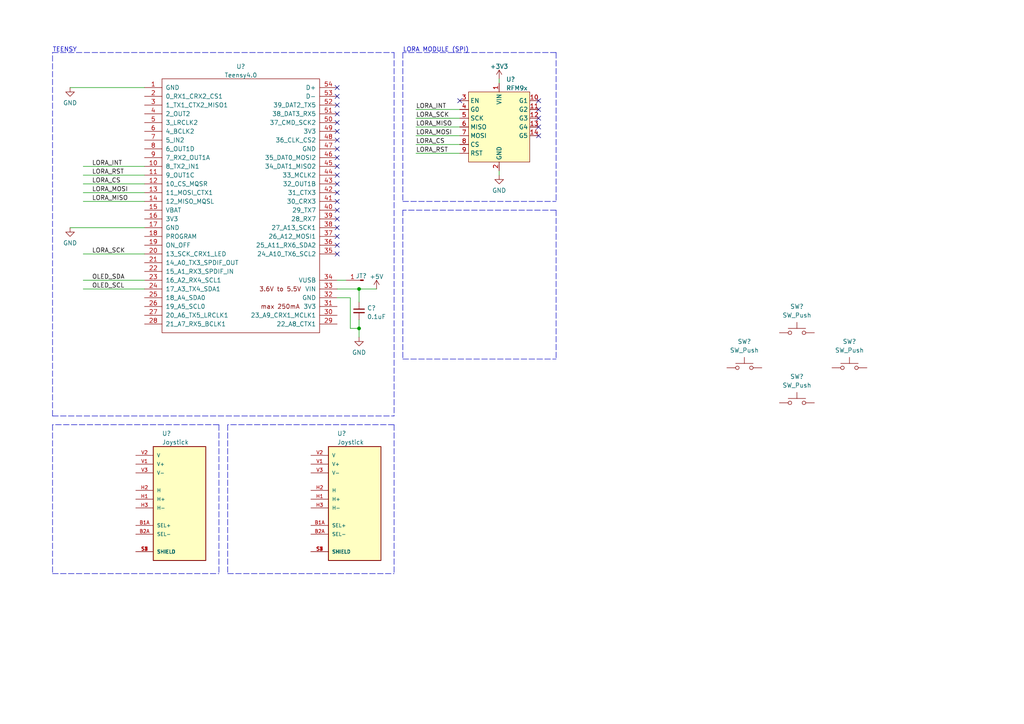
<source format=kicad_sch>
(kicad_sch (version 20211123) (generator eeschema)
  (paper "A4")
  (lib_symbols
    (symbol "COM-09032:COM-09032" (pin_names (offset 1.016))
      (property "Reference" "U" (at -7.62 16.002 0))
      (property "Value" "COM-09032" (at -7.62 -20.32 0))
      (symbol "COM-09032_0_0"
        (rectangle (start -7.62 -17.78) (end 7.62 15.24) (stroke (width 0.254)) (fill (type background)))
        (pin passive line (at -12.7 -7.62 0) (length 5.08) (name "SEL+") (number "B1A"))
        (pin passive line (at -12.7 -10.16 0) (length 5.08) (name "SEL-") (number "B2A"))
        (pin passive line (at -12.7 0 0) (length 5.08) (name "H+") (number "H1"))
        (pin passive line (at -12.7 2.54 0) (length 5.08) (name "H") (number "H2"))
        (pin passive line (at -12.7 -2.54 0) (length 5.08) (name "H-") (number "H3"))
        (pin passive line (at -12.7 -15.24 0) (length 5.08) (name "SHIELD") (number "S1"))
        (pin passive line (at -12.7 -15.24 0) (length 5.08) (name "SHIELD") (number "S2"))
        (pin passive line (at -12.7 -15.24 0) (length 5.08) (name "SHIELD") (number "S3"))
        (pin passive line (at -12.7 -15.24 0) (length 5.08) (name "SHIELD") (number "S4"))
        (pin passive line (at -12.7 10.16 0) (length 5.08) (name "V+") (number "V1"))
        (pin passive line (at -12.7 12.7 0) (length 5.08) (name "V") (number "V2"))
        (pin passive line (at -12.7 7.62 0) (length 5.08) (name "V-") (number "V3"))
      )
    )
    (symbol "Connector:Conn_01x01_Male" (pin_names (offset 1.016) hide)
      (property "Reference" "J" (at 0 2.54 0))
      (property "Value" "Conn_01x01_Male" (at 0 -2.54 0))
      (symbol "Conn_01x01_Male_1_1"
        (polyline (pts (xy 1.27 0) (xy 0.8636 0)) (stroke (width 0.1524)))
        (rectangle (start 0.8636 0.127) (end 0 -0.127) (stroke (width 0.1524)) (fill (type outline)))
        (pin passive line (at 5.08 0 180) (length 3.81) (name "Pin_1") (number "1"))
      )
    )
    (symbol "Device:C_Small" (pin_numbers hide) (pin_names (offset 0.254) hide)
      (property "Reference" "C" (at 0.254 1.778 0))
      (property "Value" "C_Small" (at 0.254 -2.032 0))
      (symbol "C_Small_0_1"
        (polyline (pts (xy -1.524 -0.508) (xy 1.524 -0.508)) (stroke (width 0.3302)))
        (polyline (pts (xy -1.524 0.508) (xy 1.524 0.508)) (stroke (width 0.3048)))
      )
      (symbol "C_Small_1_1"
        (pin passive line (at 0 2.54 270) (length 2.032) (name "~") (number "1"))
        (pin passive line (at 0 -2.54 90) (length 2.032) (name "~") (number "2"))
      )
    )
    (symbol "GND_12" (power) (pin_names (offset 0))
      (property "Value" "GND_12" (at 0 -3.81 0))
      (symbol "GND_12_0_1"
        (polyline (pts (xy 0 0) (xy 0 -1.27) (xy 1.27 -1.27) (xy 0 -2.54) (xy -1.27 -1.27) (xy 0 -1.27)))
      )
      (symbol "GND_12_1_1"
        (pin power_in line (at 0 0 270) (length 0) hide (name "GND") (number "1"))
      )
    )
    (symbol "GND_20" (power) (pin_names (offset 0))
      (property "Value" "GND_20" (at 0 -3.81 0))
      (symbol "GND_20_0_1"
        (polyline (pts (xy 0 0) (xy 0 -1.27) (xy 1.27 -1.27) (xy 0 -2.54) (xy -1.27 -1.27) (xy 0 -1.27)))
      )
      (symbol "GND_20_1_1"
        (pin power_in line (at 0 0 270) (length 0) hide (name "GND") (number "1"))
      )
    )
    (symbol "GND_35" (power) (pin_names (offset 0))
      (property "Value" "GND_35" (at 0 -3.81 0))
      (symbol "GND_35_0_1"
        (polyline (pts (xy 0 0) (xy 0 -1.27) (xy 1.27 -1.27) (xy 0 -2.54) (xy -1.27 -1.27) (xy 0 -1.27)))
      )
      (symbol "GND_35_1_1"
        (pin power_in line (at 0 0 270) (length 0) hide (name "GND") (number "1"))
      )
    )
    (symbol "RF_Module_OTHER:RMF9x"
      (property "Reference" "U10" (at 2.0194 13.809 0))
      (property "Value" "RFM9x" (at 2.0194 11.2721 0))
      (symbol "RMF9x_0_1"
        (rectangle (start -8.89 10.16) (end 8.89 -10.16) (stroke (width 0.1524)) (fill (type background)))
      )
      (symbol "RMF9x_1_1"
        (pin power_in line (at 0 12.7 270) (length 2.54) (name "VIN") (number "1"))
        (pin input line (at 11.43 7.62 180) (length 2.54) (name "G1") (number "10"))
        (pin input line (at 11.43 5.08 180) (length 2.54) (name "G2") (number "11"))
        (pin input line (at 11.43 2.54 180) (length 2.54) (name "G3") (number "12"))
        (pin input line (at 11.43 0 180) (length 2.54) (name "G4") (number "13"))
        (pin input line (at 11.4062 -2.5281 180) (length 2.54) (name "G5") (number "14"))
        (pin power_in line (at 0 -12.7 90) (length 2.54) (name "GND") (number "2"))
        (pin input line (at -11.43 7.62 0) (length 2.54) (name "EN") (number "3"))
        (pin bidirectional line (at -11.43 5.08 0) (length 2.54) (name "G0") (number "4"))
        (pin input line (at -11.43 2.54 0) (length 2.54) (name "SCK") (number "5"))
        (pin output line (at -11.43 0 0) (length 2.54) (name "MISO") (number "6"))
        (pin input line (at -11.43 -2.54 0) (length 2.54) (name "MOSI") (number "7"))
        (pin input line (at -11.43 -5.08 0) (length 2.54) (name "CS") (number "8"))
        (pin input line (at -11.43 -7.62 0) (length 2.54) (name "RST") (number "9"))
      )
    )
    (symbol "Switch:SW_Push" (pin_numbers hide) (pin_names (offset 1.016) hide)
      (property "Reference" "SW" (at 1.27 2.54 0))
      (property "Value" "SW_Push" (at 0 -1.524 0))
      (symbol "SW_Push_0_1"
        (circle (center -2.032 0) (radius 0.508))
        (polyline (pts (xy 0 1.27) (xy 0 3.048)))
        (polyline (pts (xy 2.54 1.27) (xy -2.54 1.27)))
        (circle (center 2.032 0) (radius 0.508))
        (pin passive line (at -5.08 0 0) (length 2.54) (name "1") (number "1"))
        (pin passive line (at 5.08 0 180) (length 2.54) (name "2") (number "2"))
      )
    )
    (symbol "power:+3V3" (power) (pin_names (offset 0))
      (property "Value" "+3V3" (at 0 3.556 0))
      (symbol "+3V3_0_1"
        (polyline (pts (xy -0.762 1.27) (xy 0 2.54)))
        (polyline (pts (xy 0 0) (xy 0 2.54)))
        (polyline (pts (xy 0 2.54) (xy 0.762 1.27)))
      )
      (symbol "+3V3_1_1"
        (pin power_in line (at 0 0 90) (length 0) hide (name "+3V3") (number "1"))
      )
    )
    (symbol "power:+5V" (power) (pin_names (offset 0))
      (property "Value" "+5V" (at 0 3.556 0))
      (symbol "+5V_0_1"
        (polyline (pts (xy -0.762 1.27) (xy 0 2.54)))
        (polyline (pts (xy 0 0) (xy 0 2.54)))
        (polyline (pts (xy 0 2.54) (xy 0.762 1.27)))
      )
      (symbol "+5V_1_1"
        (pin power_in line (at 0 0 90) (length 0) hide (name "+5V") (number "1"))
      )
    )
    (symbol "teensy:Teensy4.0" (pin_names (offset 1.016))
      (property "Reference" "U" (at 0 39.37 0))
      (property "Value" "Teensy4.0" (at 0 -39.37 0))
      (symbol "Teensy4.0_0_0"
        (text "3.6V to 5.5V" (at 11.43 -24.13 0) (effects (font (size 1.27 1.27))))
        (text "max 250mA" (at 11.43 -29.21 0) (effects (font (size 1.27 1.27))))
        (pin bidirectional line (at -27.94 11.43 0) (length 5.08) (name "8_TX2_IN1") (number "10"))
        (pin bidirectional line (at -27.94 8.89 0) (length 5.08) (name "9_OUT1C") (number "11"))
        (pin bidirectional line (at -27.94 6.35 0) (length 5.08) (name "10_CS_MQSR") (number "12"))
        (pin bidirectional line (at -27.94 3.81 0) (length 5.08) (name "11_MOSI_CTX1") (number "13"))
        (pin bidirectional line (at -27.94 1.27 0) (length 5.08) (name "12_MISO_MQSL") (number "14"))
        (pin power_in line (at -27.94 -1.27 0) (length 5.08) (name "VBAT") (number "15"))
        (pin power_in line (at -27.94 -3.81 0) (length 5.08) (name "3V3") (number "16"))
        (pin power_in line (at -27.94 -6.35 0) (length 5.08) (name "GND") (number "17"))
        (pin input line (at -27.94 -8.89 0) (length 5.08) (name "PROGRAM") (number "18"))
        (pin input line (at -27.94 -11.43 0) (length 5.08) (name "ON_OFF") (number "19"))
        (pin bidirectional line (at -27.94 -13.97 0) (length 5.08) (name "13_SCK_CRX1_LED") (number "20"))
        (pin bidirectional line (at -27.94 -16.51 0) (length 5.08) (name "14_A0_TX3_SPDIF_OUT") (number "21"))
        (pin bidirectional line (at -27.94 -19.05 0) (length 5.08) (name "15_A1_RX3_SPDIF_IN") (number "22"))
        (pin bidirectional line (at -27.94 -21.59 0) (length 5.08) (name "16_A2_RX4_SCL1") (number "23"))
        (pin bidirectional line (at -27.94 -24.13 0) (length 5.08) (name "17_A3_TX4_SDA1") (number "24"))
        (pin bidirectional line (at -27.94 -26.67 0) (length 5.08) (name "18_A4_SDA0") (number "25"))
        (pin bidirectional line (at -27.94 -29.21 0) (length 5.08) (name "19_A5_SCL0") (number "26"))
        (pin bidirectional line (at -27.94 -31.75 0) (length 5.08) (name "20_A6_TX5_LRCLK1") (number "27"))
        (pin bidirectional line (at -27.94 -34.29 0) (length 5.08) (name "21_A7_RX5_BCLK1") (number "28"))
        (pin bidirectional line (at 27.94 -34.29 180) (length 5.08) (name "22_A8_CTX1") (number "29"))
        (pin bidirectional line (at 27.94 -31.75 180) (length 5.08) (name "23_A9_CRX1_MCLK1") (number "30"))
        (pin power_out line (at 27.94 -29.21 180) (length 5.08) (name "3V3") (number "31"))
        (pin power_in line (at 27.94 -26.67 180) (length 5.08) (name "GND") (number "32"))
        (pin power_in line (at 27.94 -24.13 180) (length 5.08) (name "VIN") (number "33"))
        (pin power_out line (at 27.94 -21.59 180) (length 5.08) (name "VUSB") (number "34"))
        (pin bidirectional line (at 27.94 -13.97 180) (length 5.08) (name "24_A10_TX6_SCL2") (number "35"))
        (pin bidirectional line (at 27.94 -11.43 180) (length 5.08) (name "25_A11_RX6_SDA2") (number "36"))
        (pin bidirectional line (at 27.94 -8.89 180) (length 5.08) (name "26_A12_MOSI1") (number "37"))
        (pin bidirectional line (at 27.94 -6.35 180) (length 5.08) (name "27_A13_SCK1") (number "38"))
        (pin bidirectional line (at 27.94 -3.81 180) (length 5.08) (name "28_RX7") (number "39"))
        (pin bidirectional line (at 27.94 -1.27 180) (length 5.08) (name "29_TX7") (number "40"))
        (pin bidirectional line (at 27.94 1.27 180) (length 5.08) (name "30_CRX3") (number "41"))
        (pin bidirectional line (at 27.94 3.81 180) (length 5.08) (name "31_CTX3") (number "42"))
        (pin bidirectional line (at 27.94 6.35 180) (length 5.08) (name "32_OUT1B") (number "43"))
        (pin bidirectional line (at 27.94 8.89 180) (length 5.08) (name "33_MCLK2") (number "44"))
        (pin bidirectional line (at 27.94 11.43 180) (length 5.08) (name "34_DAT1_MISO2") (number "45"))
        (pin bidirectional line (at 27.94 13.97 180) (length 5.08) (name "35_DAT0_MOSI2") (number "46"))
        (pin power_out line (at 27.94 16.51 180) (length 5.08) (name "GND") (number "47"))
        (pin bidirectional line (at 27.94 19.05 180) (length 5.08) (name "36_CLK_CS2") (number "48"))
        (pin power_out line (at 27.94 21.59 180) (length 5.08) (name "3V3") (number "49"))
        (pin bidirectional line (at -27.94 24.13 0) (length 5.08) (name "3_LRCLK2") (number "5"))
        (pin bidirectional line (at 27.94 24.13 180) (length 5.08) (name "37_CMD_SCK2") (number "50"))
        (pin bidirectional line (at 27.94 26.67 180) (length 5.08) (name "38_DAT3_RX5") (number "51"))
        (pin bidirectional line (at 27.94 29.21 180) (length 5.08) (name "39_DAT2_TX5") (number "52"))
        (pin bidirectional line (at 27.94 31.75 180) (length 5.08) (name "D-") (number "53"))
        (pin bidirectional line (at 27.94 34.29 180) (length 5.08) (name "D+") (number "54"))
        (pin bidirectional line (at -27.94 21.59 0) (length 5.08) (name "4_BCLK2") (number "6"))
        (pin bidirectional line (at -27.94 19.05 0) (length 5.08) (name "5_IN2") (number "7"))
        (pin bidirectional line (at -27.94 16.51 0) (length 5.08) (name "6_OUT1D") (number "8"))
        (pin bidirectional line (at -27.94 13.97 0) (length 5.08) (name "7_RX2_OUT1A") (number "9"))
      )
      (symbol "Teensy4.0_0_1"
        (rectangle (start -22.86 36.83) (end 22.86 -36.83))
        (rectangle (start -20.32 -31.75) (end -20.32 -31.75))
      )
      (symbol "Teensy4.0_1_1"
        (pin power_in line (at -27.94 34.29 0) (length 5.08) (name "GND") (number "1"))
        (pin bidirectional line (at -27.94 31.75 0) (length 5.08) (name "0_RX1_CRX2_CS1") (number "2"))
        (pin bidirectional line (at -27.94 29.21 0) (length 5.08) (name "1_TX1_CTX2_MISO1") (number "3"))
        (pin bidirectional line (at -27.94 26.67 0) (length 5.08) (name "2_OUT2") (number "4"))
      )
    )
  )
  (junction (at 104.14 83.82))
  (junction (at 104.14 95.25))
  (no_connect (at 97.79 50.8))
  (no_connect (at 97.79 27.94))
  (no_connect (at 97.79 55.88))
  (no_connect (at 156.21 39.37))
  (no_connect (at 97.79 35.56))
  (no_connect (at 97.79 68.58))
  (no_connect (at 97.79 38.1))
  (no_connect (at 97.79 73.66))
  (no_connect (at 97.79 63.5))
  (no_connect (at 156.21 31.75))
  (no_connect (at 97.79 30.48))
  (no_connect (at 97.79 66.04))
  (no_connect (at 97.79 45.72))
  (no_connect (at 97.79 25.4))
  (no_connect (at 156.21 34.29))
  (no_connect (at 97.79 43.18))
  (no_connect (at 97.79 60.96))
  (no_connect (at 97.79 53.34))
  (no_connect (at 97.79 33.02))
  (no_connect (at 156.21 36.83))
  (no_connect (at 97.79 40.64))
  (no_connect (at 133.35 29.21))
  (no_connect (at 156.21 29.21))
  (no_connect (at 97.79 71.12))
  (no_connect (at 97.79 48.26))
  (no_connect (at 97.79 58.42))
  (polyline (pts (xy 161.29 60.96) (xy 161.29 104.14)))
  (wire (pts (xy 104.14 87.63) (xy 104.14 83.82)))
  (polyline (pts (xy 63.5 123.19) (xy 63.5 166.37)))
  (wire (pts (xy 24.13 50.8) (xy 41.91 50.8)))
  (wire (pts (xy 24.13 81.28) (xy 41.91 81.28)))
  (wire (pts (xy 24.13 55.88) (xy 41.91 55.88)))
  (polyline (pts (xy 15.24 120.65) (xy 114.3 120.65)))
  (polyline (pts (xy 15.24 123.19) (xy 15.24 166.37)))
  (wire (pts (xy 24.13 83.82) (xy 41.91 83.82)))
  (wire (pts (xy 120.65 39.37) (xy 133.35 39.37)))
  (wire (pts (xy 104.14 83.82) (xy 97.79 83.82)))
  (wire (pts (xy 97.79 81.28) (xy 100.33 81.28)))
  (wire (pts (xy 24.13 48.26) (xy 41.91 48.26)))
  (polyline (pts (xy 116.84 60.96) (xy 116.84 104.14)))
  (wire (pts (xy 120.65 36.83) (xy 133.35 36.83)))
  (wire (pts (xy 24.13 58.42) (xy 41.91 58.42)))
  (polyline (pts (xy 66.04 166.37) (xy 114.3 166.37)))
  (polyline (pts (xy 114.3 15.24) (xy 114.3 120.65)))
  (polyline (pts (xy 116.84 104.14) (xy 161.29 104.14)))
  (wire (pts (xy 104.14 95.25) (xy 104.14 92.71)))
  (polyline (pts (xy 15.24 166.37) (xy 63.5 166.37)))
  (wire (pts (xy 20.32 25.4) (xy 41.91 25.4)))
  (wire (pts (xy 101.6 86.36) (xy 101.6 95.25)))
  (polyline (pts (xy 161.29 15.24) (xy 161.29 58.42)))
  (wire (pts (xy 144.78 22.86) (xy 144.78 24.13)))
  (polyline (pts (xy 114.3 123.19) (xy 114.3 166.37)))
  (polyline (pts (xy 63.5 123.19) (xy 15.24 123.19)))
  (polyline (pts (xy 116.84 15.24) (xy 116.84 58.42)))
  (wire (pts (xy 120.65 41.91) (xy 133.35 41.91)))
  (wire (pts (xy 120.65 44.45) (xy 133.35 44.45)))
  (wire (pts (xy 144.78 49.53) (xy 144.78 50.8)))
  (polyline (pts (xy 15.24 120.65) (xy 15.24 15.24)))
  (wire (pts (xy 120.65 31.75) (xy 133.35 31.75)))
  (wire (pts (xy 120.65 34.29) (xy 133.35 34.29)))
  (polyline (pts (xy 116.84 58.42) (xy 161.29 58.42)))
  (polyline (pts (xy 114.3 123.19) (xy 66.04 123.19)))
  (wire (pts (xy 104.14 97.79) (xy 104.14 95.25)))
  (wire (pts (xy 104.14 83.82) (xy 109.22 83.82)))
  (wire (pts (xy 20.32 66.04) (xy 41.91 66.04)))
  (wire (pts (xy 101.6 95.25) (xy 104.14 95.25)))
  (wire (pts (xy 97.79 86.36) (xy 101.6 86.36)))
  (wire (pts (xy 24.13 73.66) (xy 41.91 73.66)))
  (polyline (pts (xy 161.29 60.96) (xy 116.84 60.96)))
  (polyline (pts (xy 161.29 15.24) (xy 116.84 15.24)))
  (polyline (pts (xy 15.24 15.24) (xy 114.3 15.24)))
  (wire (pts (xy 24.13 53.34) (xy 41.91 53.34)))
  (polyline (pts (xy 66.04 123.19) (xy 66.04 166.37)))
  (text "LORA MODULE (SPI)" (at 116.84 15.24 0) (effects (font (size 1.27 1.27)) (justify left bottom)))
  (text "TEENSY" (at 15.24 15.24 0) (effects (font (size 1.27 1.27)) (justify left bottom)))
  (label "LORA_MOSI" (at 120.65 39.37 0))
  (label "LORA_RST" (at 120.65 44.45 0))
  (label "LORA_MISO" (at 26.67 58.42 0))
  (label "LORA_MISO" (at 120.65 36.83 0))
  (label "LORA_CS" (at 26.67 53.34 0))
  (label "LORA_MOSI" (at 26.67 55.88 0))
  (label "LORA_RST" (at 26.67 50.8 0))
  (label "LORA_CS" (at 120.65 41.91 0))
  (label "LORA_SCK" (at 120.65 34.29 0))
  (label "LORA_SCK" (at 26.67 73.66 0))
  (label "LORA_INT" (at 26.67 48.26 0))
  (label "OLED_SDA" (at 26.67 81.28 0))
  (label "OLED_SCL" (at 26.67 83.82 0))
  (label "LORA_INT" (at 120.65 31.75 0))
  (symbol (lib_id "Device:C_Small") (at 104.14 90.17 0) (unit 1)
    (property "Reference" "C?" (at 106.4641 89.3416 0) (effects (justify left)))
    (property "Value" "0.1uF" (at 106.4641 91.8785 0) (effects (justify left)))
    (property "Footprint" "Capacitor_SMD:C_0805_2012Metric_Pad1.18x1.45mm_HandSolder" (effects hide))
  )
  (symbol (lib_id "power:+5V") (at 109.22 83.82 0) (unit 1)
    (property "Reference" "#PWR?" (effects hide))
    (property "Value" "+5V" (at 109.22 80.2442 0))
  )
  (symbol (lib_id "power:+3V3") (at 144.78 22.86 0) (unit 1)
    (property "Reference" "#PWR?" (effects hide))
    (property "Value" "+3V3" (at 144.78 19.2842 0))
  )
  (symbol (lib_id "Switch:SW_Push") (at 246.38 106.68 0) (unit 1)
    (property "Reference" "SW?" (at 246.38 99.06 0))
    (property "Value" "SW_Push" (at 246.38 101.6 0))
  )
  (symbol (lib_name "GND_12") (lib_id "power:GND") (at 20.32 25.4 0) (unit 1)
    (property "Reference" "#PWR?" (effects hide))
    (property "Value" "GND" (at 20.32 29.8434 0))
  )
  (symbol (lib_id "Switch:SW_Push") (at 215.9 106.68 0) (unit 1)
    (property "Reference" "SW?" (at 215.9 99.06 0))
    (property "Value" "SW_Push" (at 215.9 101.6 0))
  )
  (symbol (lib_id "Switch:SW_Push") (at 231.14 116.84 0) (unit 1)
    (property "Reference" "SW?" (at 231.14 109.22 0))
    (property "Value" "SW_Push" (at 231.14 111.76 0))
  )
  (symbol (lib_id "COM-09032:COM-09032") (at 102.87 144.78 0) (unit 1)
    (property "Reference" "U?" (at 97.79 125.73 0) (effects (justify left)))
    (property "Value" "Joystick" (at 97.79 128.27 0) (effects (justify left)))
    (property "Footprint" "XDCR_COM-09032" (effects hide))
    (property "MAXIMUM_PACKAGE_HEIGHT" "30.1mm" (effects hide))
    (property "PARTREV" "N/A" (effects hide))
    (property "STANDARD" "Manufacturer Recommendations" (effects hide))
    (property "MANUFACTURER" "SparkFun Electronics" (effects hide))
  )
  (symbol (lib_name "GND_35") (lib_id "power:GND") (at 104.14 97.79 0) (unit 1)
    (property "Reference" "#PWR?" (effects hide))
    (property "Value" "GND" (at 104.14 102.2334 0))
  )
  (symbol (lib_id "COM-09032:COM-09032") (at 52.07 144.78 0) (unit 1)
    (property "Reference" "U?" (at 46.99 125.73 0) (effects (justify left)))
    (property "Value" "Joystick" (at 46.99 128.27 0) (effects (justify left)))
    (property "Footprint" "XDCR_COM-09032" (effects hide))
    (property "MAXIMUM_PACKAGE_HEIGHT" "30.1mm" (effects hide))
    (property "PARTREV" "N/A" (effects hide))
    (property "STANDARD" "Manufacturer Recommendations" (effects hide))
    (property "MANUFACTURER" "SparkFun Electronics" (effects hide))
  )
  (symbol (lib_name "GND_12") (lib_id "power:GND") (at 20.32 66.04 0) (unit 1)
    (property "Reference" "#PWR?" (effects hide))
    (property "Value" "GND" (at 20.32 70.4834 0))
  )
  (symbol (lib_id "Switch:SW_Push") (at 231.14 96.52 0) (unit 1)
    (property "Reference" "SW?" (at 231.14 88.9 0))
    (property "Value" "SW_Push" (at 231.14 91.44 0))
  )
  (symbol (lib_id "teensy:Teensy4.0") (at 69.85 59.69 0) (unit 1)
    (property "Reference" "U?" (at 69.85 19.2872 0))
    (property "Value" "Teensy4.0" (at 69.85 21.8241 0))
    (property "Footprint" "teensy:Teensy40" (effects hide))
  )
  (symbol (lib_id "Connector:Conn_01x01_Male") (at 105.41 81.28 180) (unit 1)
    (property "Reference" "JT?" (at 104.775 80.041 0))
    (property "Value" "Conn_01x01_Male" (effects hide))
    (property "Footprint" "Connector_PinHeader_2.54mm:PinHeader_1x01_P2.54mm_Vertical" (effects hide))
  )
  (symbol (lib_name "GND_20") (lib_id "power:GND") (at 144.78 50.8 0) (unit 1)
    (property "Reference" "#PWR?" (effects hide))
    (property "Value" "GND" (at 144.78 55.2434 0))
  )
  (symbol (lib_id "RF_Module_OTHER:RMF9x") (at 144.78 36.83 0) (unit 1)
    (property "Reference" "U?" (at 146.7994 23.021 0) (effects (justify left)))
    (property "Value" "RFM9x" (at 146.7994 25.5579 0) (effects (justify left)))
    (property "Footprint" "RF_Module_OTHER:RFM9x_Adafruit" (effects hide))
  )
)
</source>
